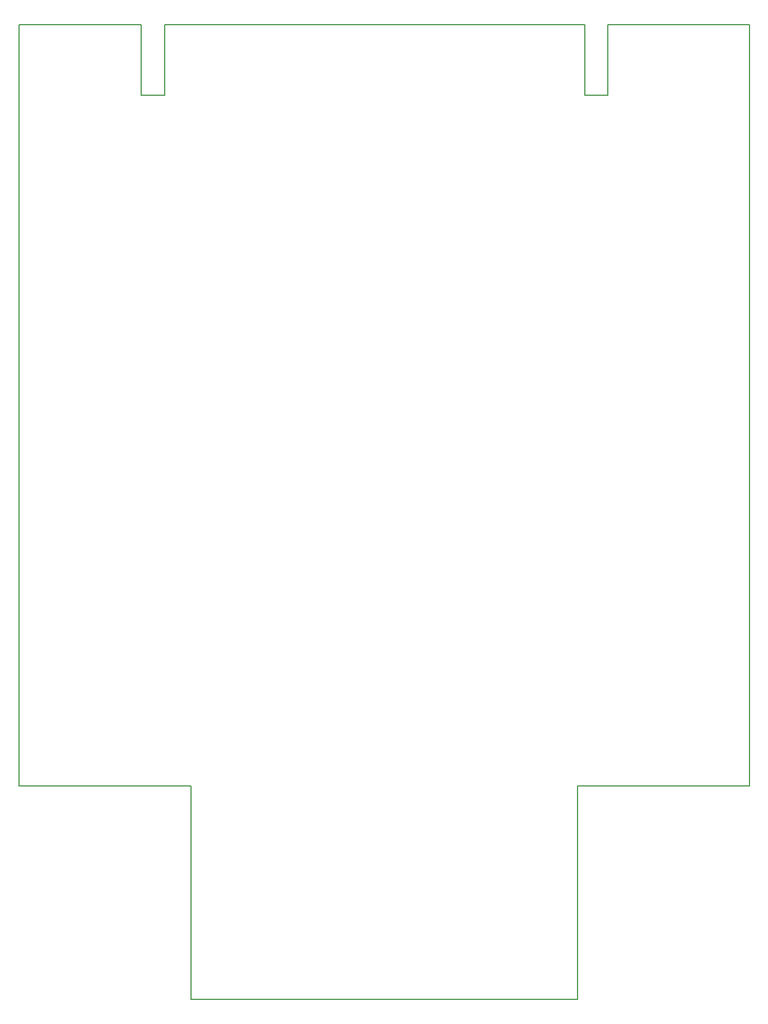
<source format=gbr>
%TF.GenerationSoftware,KiCad,Pcbnew,(5.1.9)-1*%
%TF.CreationDate,2025-01-23T06:38:53-08:00*%
%TF.ProjectId,RADA3K,52414441-334b-42e6-9b69-6361645f7063,rev?*%
%TF.SameCoordinates,Original*%
%TF.FileFunction,Profile,NP*%
%FSLAX46Y46*%
G04 Gerber Fmt 4.6, Leading zero omitted, Abs format (unit mm)*
G04 Created by KiCad (PCBNEW (5.1.9)-1) date 2025-01-23 06:38:53*
%MOMM*%
%LPD*%
G01*
G04 APERTURE LIST*
%TA.AperFunction,Profile*%
%ADD10C,0.150000*%
%TD*%
G04 APERTURE END LIST*
D10*
X31711900Y-25234900D02*
X31711900Y-140322300D01*
X50246400Y-35892300D02*
X53746400Y-35892300D01*
X50246400Y-25234900D02*
X31711900Y-25234900D01*
X50246400Y-35892300D02*
X50246400Y-25234900D01*
X53746400Y-35892300D02*
X53746400Y-25232300D01*
X142143972Y-25234900D02*
X120746400Y-25234900D01*
X117246400Y-35892300D02*
X120746400Y-35892300D01*
X120746400Y-35892300D02*
X120746400Y-25234900D01*
X117246400Y-35892300D02*
X117246400Y-25232300D01*
X117246400Y-25232300D02*
X53746400Y-25232300D01*
X116158900Y-142608300D02*
X116158900Y-140322300D01*
X57754900Y-142608300D02*
X57754900Y-140322300D01*
X142143972Y-140322300D02*
X116158900Y-140322300D01*
X57754900Y-140322300D02*
X31711900Y-140322300D01*
X142143972Y-140322300D02*
X142143972Y-25234900D01*
%TO.C,J6*%
X57754900Y-172529500D02*
X116158900Y-172529500D01*
X116158900Y-172529500D02*
X116158900Y-142608300D01*
X57754900Y-172529500D02*
X57754900Y-142608300D01*
%TD*%
M02*

</source>
